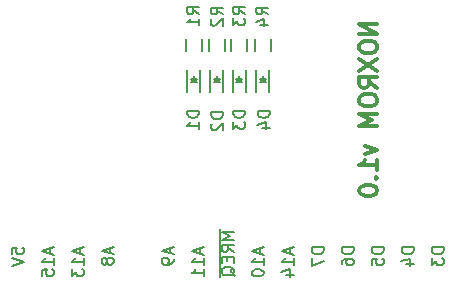
<source format=gbr>
G04 #@! TF.FileFunction,Legend,Bot*
%FSLAX46Y46*%
G04 Gerber Fmt 4.6, Leading zero omitted, Abs format (unit mm)*
G04 Created by KiCad (PCBNEW 4.0.0-rc1-stable) date 20-08-2016 17:56:14*
%MOMM*%
G01*
G04 APERTURE LIST*
%ADD10C,0.100000*%
%ADD11C,0.300000*%
%ADD12C,0.150000*%
G04 APERTURE END LIST*
D10*
D11*
X159936571Y-68188000D02*
X158436571Y-68188000D01*
X159936571Y-69045143D01*
X158436571Y-69045143D01*
X158436571Y-70045143D02*
X158436571Y-70330857D01*
X158508000Y-70473715D01*
X158650857Y-70616572D01*
X158936571Y-70688000D01*
X159436571Y-70688000D01*
X159722286Y-70616572D01*
X159865143Y-70473715D01*
X159936571Y-70330857D01*
X159936571Y-70045143D01*
X159865143Y-69902286D01*
X159722286Y-69759429D01*
X159436571Y-69688000D01*
X158936571Y-69688000D01*
X158650857Y-69759429D01*
X158508000Y-69902286D01*
X158436571Y-70045143D01*
X158436571Y-71188001D02*
X159936571Y-72188001D01*
X158436571Y-72188001D02*
X159936571Y-71188001D01*
X159936571Y-73616572D02*
X159222286Y-73116572D01*
X159936571Y-72759429D02*
X158436571Y-72759429D01*
X158436571Y-73330857D01*
X158508000Y-73473715D01*
X158579429Y-73545143D01*
X158722286Y-73616572D01*
X158936571Y-73616572D01*
X159079429Y-73545143D01*
X159150857Y-73473715D01*
X159222286Y-73330857D01*
X159222286Y-72759429D01*
X158436571Y-74545143D02*
X158436571Y-74830857D01*
X158508000Y-74973715D01*
X158650857Y-75116572D01*
X158936571Y-75188000D01*
X159436571Y-75188000D01*
X159722286Y-75116572D01*
X159865143Y-74973715D01*
X159936571Y-74830857D01*
X159936571Y-74545143D01*
X159865143Y-74402286D01*
X159722286Y-74259429D01*
X159436571Y-74188000D01*
X158936571Y-74188000D01*
X158650857Y-74259429D01*
X158508000Y-74402286D01*
X158436571Y-74545143D01*
X159936571Y-75830858D02*
X158436571Y-75830858D01*
X159508000Y-76330858D01*
X158436571Y-76830858D01*
X159936571Y-76830858D01*
X158936571Y-78545144D02*
X159936571Y-78902287D01*
X158936571Y-79259429D01*
X159936571Y-80616572D02*
X159936571Y-79759429D01*
X159936571Y-80188001D02*
X158436571Y-80188001D01*
X158650857Y-80045144D01*
X158793714Y-79902286D01*
X158865143Y-79759429D01*
X159793714Y-81259429D02*
X159865143Y-81330857D01*
X159936571Y-81259429D01*
X159865143Y-81188000D01*
X159793714Y-81259429D01*
X159936571Y-81259429D01*
X158436571Y-82259429D02*
X158436571Y-82402286D01*
X158508000Y-82545143D01*
X158579429Y-82616572D01*
X158722286Y-82688001D01*
X159008000Y-82759429D01*
X159365143Y-82759429D01*
X159650857Y-82688001D01*
X159793714Y-82616572D01*
X159865143Y-82545143D01*
X159936571Y-82402286D01*
X159936571Y-82259429D01*
X159865143Y-82116572D01*
X159793714Y-82045143D01*
X159650857Y-81973715D01*
X159365143Y-81902286D01*
X159008000Y-81902286D01*
X158722286Y-81973715D01*
X158579429Y-82045143D01*
X158508000Y-82116572D01*
X158436571Y-82259429D01*
D12*
X143850000Y-74000000D02*
X143850000Y-72100000D01*
X144950000Y-74000000D02*
X144950000Y-72100000D01*
X144400000Y-73100000D02*
X144400000Y-72650000D01*
X144650000Y-73150000D02*
X144150000Y-73150000D01*
X144400000Y-73150000D02*
X144650000Y-72900000D01*
X144650000Y-72900000D02*
X144150000Y-72900000D01*
X144150000Y-72900000D02*
X144400000Y-73150000D01*
X145817500Y-73998000D02*
X145817500Y-72098000D01*
X146917500Y-73998000D02*
X146917500Y-72098000D01*
X146367500Y-73098000D02*
X146367500Y-72648000D01*
X146617500Y-73148000D02*
X146117500Y-73148000D01*
X146367500Y-73148000D02*
X146617500Y-72898000D01*
X146617500Y-72898000D02*
X146117500Y-72898000D01*
X146117500Y-72898000D02*
X146367500Y-73148000D01*
X147722500Y-73998000D02*
X147722500Y-72098000D01*
X148822500Y-73998000D02*
X148822500Y-72098000D01*
X148272500Y-73098000D02*
X148272500Y-72648000D01*
X148522500Y-73148000D02*
X148022500Y-73148000D01*
X148272500Y-73148000D02*
X148522500Y-72898000D01*
X148522500Y-72898000D02*
X148022500Y-72898000D01*
X148022500Y-72898000D02*
X148272500Y-73148000D01*
X149700000Y-74000000D02*
X149700000Y-72100000D01*
X150800000Y-74000000D02*
X150800000Y-72100000D01*
X150250000Y-73100000D02*
X150250000Y-72650000D01*
X150500000Y-73150000D02*
X150000000Y-73150000D01*
X150250000Y-73150000D02*
X150500000Y-72900000D01*
X150500000Y-72900000D02*
X150000000Y-72900000D01*
X150000000Y-72900000D02*
X150250000Y-73150000D01*
X147042500Y-70477000D02*
X147042500Y-69477000D01*
X145692500Y-69477000D02*
X145692500Y-70477000D01*
X150916000Y-70477000D02*
X150916000Y-69477000D01*
X149566000Y-69477000D02*
X149566000Y-70477000D01*
X145074000Y-70477000D02*
X145074000Y-69477000D01*
X143724000Y-69477000D02*
X143724000Y-70477000D01*
X148947500Y-70477000D02*
X148947500Y-69477000D01*
X147597500Y-69477000D02*
X147597500Y-70477000D01*
X128992381Y-87693524D02*
X128992381Y-87217333D01*
X129468571Y-87169714D01*
X129420952Y-87217333D01*
X129373333Y-87312571D01*
X129373333Y-87550667D01*
X129420952Y-87645905D01*
X129468571Y-87693524D01*
X129563810Y-87741143D01*
X129801905Y-87741143D01*
X129897143Y-87693524D01*
X129944762Y-87645905D01*
X129992381Y-87550667D01*
X129992381Y-87312571D01*
X129944762Y-87217333D01*
X129897143Y-87169714D01*
X128992381Y-88026857D02*
X129992381Y-88360190D01*
X128992381Y-88693524D01*
X132246667Y-87201524D02*
X132246667Y-87677715D01*
X132532381Y-87106286D02*
X131532381Y-87439619D01*
X132532381Y-87772953D01*
X132532381Y-88630096D02*
X132532381Y-88058667D01*
X132532381Y-88344381D02*
X131532381Y-88344381D01*
X131675238Y-88249143D01*
X131770476Y-88153905D01*
X131818095Y-88058667D01*
X131532381Y-89534858D02*
X131532381Y-89058667D01*
X132008571Y-89011048D01*
X131960952Y-89058667D01*
X131913333Y-89153905D01*
X131913333Y-89392001D01*
X131960952Y-89487239D01*
X132008571Y-89534858D01*
X132103810Y-89582477D01*
X132341905Y-89582477D01*
X132437143Y-89534858D01*
X132484762Y-89487239D01*
X132532381Y-89392001D01*
X132532381Y-89153905D01*
X132484762Y-89058667D01*
X132437143Y-89011048D01*
X134786667Y-87201524D02*
X134786667Y-87677715D01*
X135072381Y-87106286D02*
X134072381Y-87439619D01*
X135072381Y-87772953D01*
X135072381Y-88630096D02*
X135072381Y-88058667D01*
X135072381Y-88344381D02*
X134072381Y-88344381D01*
X134215238Y-88249143D01*
X134310476Y-88153905D01*
X134358095Y-88058667D01*
X134072381Y-88963429D02*
X134072381Y-89582477D01*
X134453333Y-89249143D01*
X134453333Y-89392001D01*
X134500952Y-89487239D01*
X134548571Y-89534858D01*
X134643810Y-89582477D01*
X134881905Y-89582477D01*
X134977143Y-89534858D01*
X135024762Y-89487239D01*
X135072381Y-89392001D01*
X135072381Y-89106286D01*
X135024762Y-89011048D01*
X134977143Y-88963429D01*
X137326667Y-87169714D02*
X137326667Y-87645905D01*
X137612381Y-87074476D02*
X136612381Y-87407809D01*
X137612381Y-87741143D01*
X137040952Y-88217333D02*
X136993333Y-88122095D01*
X136945714Y-88074476D01*
X136850476Y-88026857D01*
X136802857Y-88026857D01*
X136707619Y-88074476D01*
X136660000Y-88122095D01*
X136612381Y-88217333D01*
X136612381Y-88407810D01*
X136660000Y-88503048D01*
X136707619Y-88550667D01*
X136802857Y-88598286D01*
X136850476Y-88598286D01*
X136945714Y-88550667D01*
X136993333Y-88503048D01*
X137040952Y-88407810D01*
X137040952Y-88217333D01*
X137088571Y-88122095D01*
X137136190Y-88074476D01*
X137231429Y-88026857D01*
X137421905Y-88026857D01*
X137517143Y-88074476D01*
X137564762Y-88122095D01*
X137612381Y-88217333D01*
X137612381Y-88407810D01*
X137564762Y-88503048D01*
X137517143Y-88550667D01*
X137421905Y-88598286D01*
X137231429Y-88598286D01*
X137136190Y-88550667D01*
X137088571Y-88503048D01*
X137040952Y-88407810D01*
X142406667Y-87169714D02*
X142406667Y-87645905D01*
X142692381Y-87074476D02*
X141692381Y-87407809D01*
X142692381Y-87741143D01*
X142692381Y-88122095D02*
X142692381Y-88312571D01*
X142644762Y-88407810D01*
X142597143Y-88455429D01*
X142454286Y-88550667D01*
X142263810Y-88598286D01*
X141882857Y-88598286D01*
X141787619Y-88550667D01*
X141740000Y-88503048D01*
X141692381Y-88407810D01*
X141692381Y-88217333D01*
X141740000Y-88122095D01*
X141787619Y-88074476D01*
X141882857Y-88026857D01*
X142120952Y-88026857D01*
X142216190Y-88074476D01*
X142263810Y-88122095D01*
X142311429Y-88217333D01*
X142311429Y-88407810D01*
X142263810Y-88503048D01*
X142216190Y-88550667D01*
X142120952Y-88598286D01*
X144946667Y-87201524D02*
X144946667Y-87677715D01*
X145232381Y-87106286D02*
X144232381Y-87439619D01*
X145232381Y-87772953D01*
X145232381Y-88630096D02*
X145232381Y-88058667D01*
X145232381Y-88344381D02*
X144232381Y-88344381D01*
X144375238Y-88249143D01*
X144470476Y-88153905D01*
X144518095Y-88058667D01*
X145232381Y-89582477D02*
X145232381Y-89011048D01*
X145232381Y-89296762D02*
X144232381Y-89296762D01*
X144375238Y-89201524D01*
X144470476Y-89106286D01*
X144518095Y-89011048D01*
X147772381Y-85820476D02*
X146772381Y-85820476D01*
X147486667Y-86153810D01*
X146772381Y-86487143D01*
X147772381Y-86487143D01*
X147772381Y-87534762D02*
X147296190Y-87201428D01*
X147772381Y-86963333D02*
X146772381Y-86963333D01*
X146772381Y-87344286D01*
X146820000Y-87439524D01*
X146867619Y-87487143D01*
X146962857Y-87534762D01*
X147105714Y-87534762D01*
X147200952Y-87487143D01*
X147248571Y-87439524D01*
X147296190Y-87344286D01*
X147296190Y-86963333D01*
X147248571Y-87963333D02*
X147248571Y-88296667D01*
X147772381Y-88439524D02*
X147772381Y-87963333D01*
X146772381Y-87963333D01*
X146772381Y-88439524D01*
X147867619Y-89534762D02*
X147820000Y-89439524D01*
X147724762Y-89344286D01*
X147581905Y-89201429D01*
X147534286Y-89106190D01*
X147534286Y-89010952D01*
X147772381Y-89058571D02*
X147724762Y-88963333D01*
X147629524Y-88868095D01*
X147439048Y-88820476D01*
X147105714Y-88820476D01*
X146915238Y-88868095D01*
X146820000Y-88963333D01*
X146772381Y-89058571D01*
X146772381Y-89249048D01*
X146820000Y-89344286D01*
X146915238Y-89439524D01*
X147105714Y-89487143D01*
X147439048Y-89487143D01*
X147629524Y-89439524D01*
X147724762Y-89344286D01*
X147772381Y-89249048D01*
X147772381Y-89058571D01*
X146600000Y-85582381D02*
X146600000Y-89677619D01*
X150026667Y-87201524D02*
X150026667Y-87677715D01*
X150312381Y-87106286D02*
X149312381Y-87439619D01*
X150312381Y-87772953D01*
X150312381Y-88630096D02*
X150312381Y-88058667D01*
X150312381Y-88344381D02*
X149312381Y-88344381D01*
X149455238Y-88249143D01*
X149550476Y-88153905D01*
X149598095Y-88058667D01*
X149312381Y-89249143D02*
X149312381Y-89344382D01*
X149360000Y-89439620D01*
X149407619Y-89487239D01*
X149502857Y-89534858D01*
X149693333Y-89582477D01*
X149931429Y-89582477D01*
X150121905Y-89534858D01*
X150217143Y-89487239D01*
X150264762Y-89439620D01*
X150312381Y-89344382D01*
X150312381Y-89249143D01*
X150264762Y-89153905D01*
X150217143Y-89106286D01*
X150121905Y-89058667D01*
X149931429Y-89011048D01*
X149693333Y-89011048D01*
X149502857Y-89058667D01*
X149407619Y-89106286D01*
X149360000Y-89153905D01*
X149312381Y-89249143D01*
X152566667Y-87201524D02*
X152566667Y-87677715D01*
X152852381Y-87106286D02*
X151852381Y-87439619D01*
X152852381Y-87772953D01*
X152852381Y-88630096D02*
X152852381Y-88058667D01*
X152852381Y-88344381D02*
X151852381Y-88344381D01*
X151995238Y-88249143D01*
X152090476Y-88153905D01*
X152138095Y-88058667D01*
X152185714Y-89487239D02*
X152852381Y-89487239D01*
X151804762Y-89249143D02*
X152519048Y-89011048D01*
X152519048Y-89630096D01*
X155392381Y-87145905D02*
X154392381Y-87145905D01*
X154392381Y-87384000D01*
X154440000Y-87526858D01*
X154535238Y-87622096D01*
X154630476Y-87669715D01*
X154820952Y-87717334D01*
X154963810Y-87717334D01*
X155154286Y-87669715D01*
X155249524Y-87622096D01*
X155344762Y-87526858D01*
X155392381Y-87384000D01*
X155392381Y-87145905D01*
X154392381Y-88050667D02*
X154392381Y-88717334D01*
X155392381Y-88288762D01*
X157932381Y-87145905D02*
X156932381Y-87145905D01*
X156932381Y-87384000D01*
X156980000Y-87526858D01*
X157075238Y-87622096D01*
X157170476Y-87669715D01*
X157360952Y-87717334D01*
X157503810Y-87717334D01*
X157694286Y-87669715D01*
X157789524Y-87622096D01*
X157884762Y-87526858D01*
X157932381Y-87384000D01*
X157932381Y-87145905D01*
X156932381Y-88574477D02*
X156932381Y-88384000D01*
X156980000Y-88288762D01*
X157027619Y-88241143D01*
X157170476Y-88145905D01*
X157360952Y-88098286D01*
X157741905Y-88098286D01*
X157837143Y-88145905D01*
X157884762Y-88193524D01*
X157932381Y-88288762D01*
X157932381Y-88479239D01*
X157884762Y-88574477D01*
X157837143Y-88622096D01*
X157741905Y-88669715D01*
X157503810Y-88669715D01*
X157408571Y-88622096D01*
X157360952Y-88574477D01*
X157313333Y-88479239D01*
X157313333Y-88288762D01*
X157360952Y-88193524D01*
X157408571Y-88145905D01*
X157503810Y-88098286D01*
X160472381Y-87145905D02*
X159472381Y-87145905D01*
X159472381Y-87384000D01*
X159520000Y-87526858D01*
X159615238Y-87622096D01*
X159710476Y-87669715D01*
X159900952Y-87717334D01*
X160043810Y-87717334D01*
X160234286Y-87669715D01*
X160329524Y-87622096D01*
X160424762Y-87526858D01*
X160472381Y-87384000D01*
X160472381Y-87145905D01*
X159472381Y-88622096D02*
X159472381Y-88145905D01*
X159948571Y-88098286D01*
X159900952Y-88145905D01*
X159853333Y-88241143D01*
X159853333Y-88479239D01*
X159900952Y-88574477D01*
X159948571Y-88622096D01*
X160043810Y-88669715D01*
X160281905Y-88669715D01*
X160377143Y-88622096D01*
X160424762Y-88574477D01*
X160472381Y-88479239D01*
X160472381Y-88241143D01*
X160424762Y-88145905D01*
X160377143Y-88098286D01*
X163012381Y-87145905D02*
X162012381Y-87145905D01*
X162012381Y-87384000D01*
X162060000Y-87526858D01*
X162155238Y-87622096D01*
X162250476Y-87669715D01*
X162440952Y-87717334D01*
X162583810Y-87717334D01*
X162774286Y-87669715D01*
X162869524Y-87622096D01*
X162964762Y-87526858D01*
X163012381Y-87384000D01*
X163012381Y-87145905D01*
X162345714Y-88574477D02*
X163012381Y-88574477D01*
X161964762Y-88336381D02*
X162679048Y-88098286D01*
X162679048Y-88717334D01*
X165552381Y-87145905D02*
X164552381Y-87145905D01*
X164552381Y-87384000D01*
X164600000Y-87526858D01*
X164695238Y-87622096D01*
X164790476Y-87669715D01*
X164980952Y-87717334D01*
X165123810Y-87717334D01*
X165314286Y-87669715D01*
X165409524Y-87622096D01*
X165504762Y-87526858D01*
X165552381Y-87384000D01*
X165552381Y-87145905D01*
X164552381Y-88050667D02*
X164552381Y-88669715D01*
X164933333Y-88336381D01*
X164933333Y-88479239D01*
X164980952Y-88574477D01*
X165028571Y-88622096D01*
X165123810Y-88669715D01*
X165361905Y-88669715D01*
X165457143Y-88622096D01*
X165504762Y-88574477D01*
X165552381Y-88479239D01*
X165552381Y-88193524D01*
X165504762Y-88098286D01*
X165457143Y-88050667D01*
X144851381Y-75588905D02*
X143851381Y-75588905D01*
X143851381Y-75827000D01*
X143899000Y-75969858D01*
X143994238Y-76065096D01*
X144089476Y-76112715D01*
X144279952Y-76160334D01*
X144422810Y-76160334D01*
X144613286Y-76112715D01*
X144708524Y-76065096D01*
X144803762Y-75969858D01*
X144851381Y-75827000D01*
X144851381Y-75588905D01*
X144851381Y-77112715D02*
X144851381Y-76541286D01*
X144851381Y-76827000D02*
X143851381Y-76827000D01*
X143994238Y-76731762D01*
X144089476Y-76636524D01*
X144137095Y-76541286D01*
X146883381Y-75715905D02*
X145883381Y-75715905D01*
X145883381Y-75954000D01*
X145931000Y-76096858D01*
X146026238Y-76192096D01*
X146121476Y-76239715D01*
X146311952Y-76287334D01*
X146454810Y-76287334D01*
X146645286Y-76239715D01*
X146740524Y-76192096D01*
X146835762Y-76096858D01*
X146883381Y-75954000D01*
X146883381Y-75715905D01*
X145978619Y-76668286D02*
X145931000Y-76715905D01*
X145883381Y-76811143D01*
X145883381Y-77049239D01*
X145931000Y-77144477D01*
X145978619Y-77192096D01*
X146073857Y-77239715D01*
X146169095Y-77239715D01*
X146311952Y-77192096D01*
X146883381Y-76620667D01*
X146883381Y-77239715D01*
X148724881Y-75588905D02*
X147724881Y-75588905D01*
X147724881Y-75827000D01*
X147772500Y-75969858D01*
X147867738Y-76065096D01*
X147962976Y-76112715D01*
X148153452Y-76160334D01*
X148296310Y-76160334D01*
X148486786Y-76112715D01*
X148582024Y-76065096D01*
X148677262Y-75969858D01*
X148724881Y-75827000D01*
X148724881Y-75588905D01*
X147724881Y-76493667D02*
X147724881Y-77112715D01*
X148105833Y-76779381D01*
X148105833Y-76922239D01*
X148153452Y-77017477D01*
X148201071Y-77065096D01*
X148296310Y-77112715D01*
X148534405Y-77112715D01*
X148629643Y-77065096D01*
X148677262Y-77017477D01*
X148724881Y-76922239D01*
X148724881Y-76636524D01*
X148677262Y-76541286D01*
X148629643Y-76493667D01*
X150820381Y-75588905D02*
X149820381Y-75588905D01*
X149820381Y-75827000D01*
X149868000Y-75969858D01*
X149963238Y-76065096D01*
X150058476Y-76112715D01*
X150248952Y-76160334D01*
X150391810Y-76160334D01*
X150582286Y-76112715D01*
X150677524Y-76065096D01*
X150772762Y-75969858D01*
X150820381Y-75827000D01*
X150820381Y-75588905D01*
X150153714Y-77017477D02*
X150820381Y-77017477D01*
X149772762Y-76779381D02*
X150487048Y-76541286D01*
X150487048Y-77160334D01*
X146855881Y-67424334D02*
X146379690Y-67091000D01*
X146855881Y-66852905D02*
X145855881Y-66852905D01*
X145855881Y-67233858D01*
X145903500Y-67329096D01*
X145951119Y-67376715D01*
X146046357Y-67424334D01*
X146189214Y-67424334D01*
X146284452Y-67376715D01*
X146332071Y-67329096D01*
X146379690Y-67233858D01*
X146379690Y-66852905D01*
X145951119Y-67805286D02*
X145903500Y-67852905D01*
X145855881Y-67948143D01*
X145855881Y-68186239D01*
X145903500Y-68281477D01*
X145951119Y-68329096D01*
X146046357Y-68376715D01*
X146141595Y-68376715D01*
X146284452Y-68329096D01*
X146855881Y-67757667D01*
X146855881Y-68376715D01*
X150692381Y-67424334D02*
X150216190Y-67091000D01*
X150692381Y-66852905D02*
X149692381Y-66852905D01*
X149692381Y-67233858D01*
X149740000Y-67329096D01*
X149787619Y-67376715D01*
X149882857Y-67424334D01*
X150025714Y-67424334D01*
X150120952Y-67376715D01*
X150168571Y-67329096D01*
X150216190Y-67233858D01*
X150216190Y-66852905D01*
X150025714Y-68281477D02*
X150692381Y-68281477D01*
X149644762Y-68043381D02*
X150359048Y-67805286D01*
X150359048Y-68424334D01*
X144851381Y-67397334D02*
X144375190Y-67064000D01*
X144851381Y-66825905D02*
X143851381Y-66825905D01*
X143851381Y-67206858D01*
X143899000Y-67302096D01*
X143946619Y-67349715D01*
X144041857Y-67397334D01*
X144184714Y-67397334D01*
X144279952Y-67349715D01*
X144327571Y-67302096D01*
X144375190Y-67206858D01*
X144375190Y-66825905D01*
X144851381Y-68349715D02*
X144851381Y-67778286D01*
X144851381Y-68064000D02*
X143851381Y-68064000D01*
X143994238Y-67968762D01*
X144089476Y-67873524D01*
X144137095Y-67778286D01*
X148724881Y-67397334D02*
X148248690Y-67064000D01*
X148724881Y-66825905D02*
X147724881Y-66825905D01*
X147724881Y-67206858D01*
X147772500Y-67302096D01*
X147820119Y-67349715D01*
X147915357Y-67397334D01*
X148058214Y-67397334D01*
X148153452Y-67349715D01*
X148201071Y-67302096D01*
X148248690Y-67206858D01*
X148248690Y-66825905D01*
X147724881Y-67730667D02*
X147724881Y-68349715D01*
X148105833Y-68016381D01*
X148105833Y-68159239D01*
X148153452Y-68254477D01*
X148201071Y-68302096D01*
X148296310Y-68349715D01*
X148534405Y-68349715D01*
X148629643Y-68302096D01*
X148677262Y-68254477D01*
X148724881Y-68159239D01*
X148724881Y-67873524D01*
X148677262Y-67778286D01*
X148629643Y-67730667D01*
M02*

</source>
